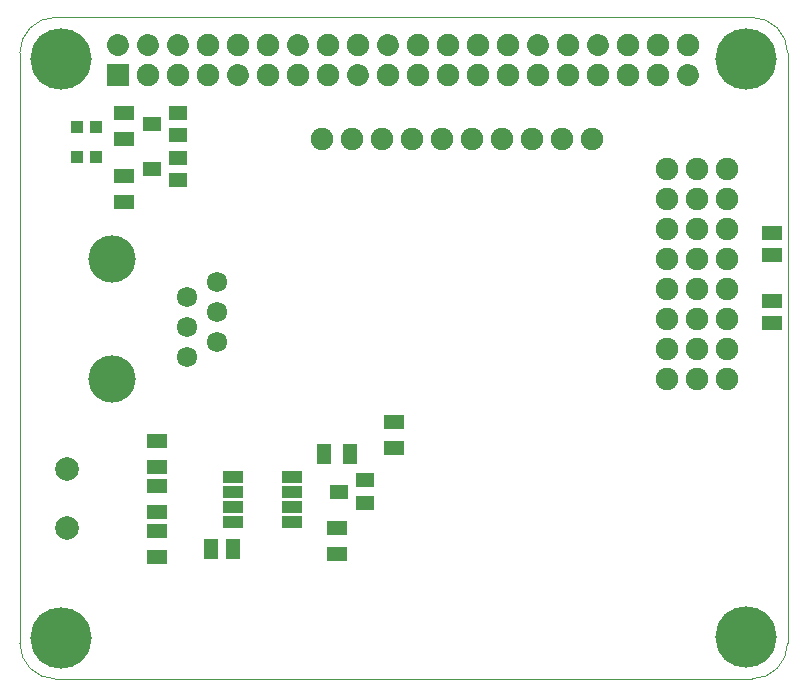
<source format=gbr>
G04 #@! TF.FileFunction,Soldermask,Top*
%FSLAX46Y46*%
G04 Gerber Fmt 4.6, Leading zero omitted, Abs format (unit mm)*
G04 Created by KiCad (PCBNEW 4.0.2-stable) date 9/14/2021 9:27:19 PM*
%MOMM*%
G01*
G04 APERTURE LIST*
%ADD10C,0.100000*%
%ADD11R,1.000000X1.000000*%
%ADD12R,1.700000X1.200000*%
%ADD13R,1.200000X1.700000*%
%ADD14C,1.900000*%
%ADD15R,1.705000X1.002000*%
%ADD16C,5.200000*%
%ADD17C,2.000000*%
%ADD18R,1.600000X1.200000*%
%ADD19R,1.900000X1.900000*%
%ADD20C,1.900000*%
%ADD21O,1.900000X1.900000*%
%ADD22C,1.724000*%
%ADD23C,4.000000*%
G04 APERTURE END LIST*
D10*
X78546356Y-63817611D02*
X78546356Y-113817611D01*
X78546356Y-63817611D02*
G75*
G02X81546356Y-60817611I3000000J0D01*
G01*
X140546356Y-60817611D02*
X81546356Y-60817611D01*
X140546356Y-60817611D02*
G75*
G02X143546356Y-63817611I0J-3000000D01*
G01*
X143546356Y-113817611D02*
X143546356Y-63817611D01*
X81546356Y-116817611D02*
G75*
G02X78546356Y-113817611I0J3000000D01*
G01*
X81546356Y-116817611D02*
X140546356Y-116817611D01*
X143546351Y-113822847D02*
G75*
G02X140546356Y-116817611I-2999995J5236D01*
G01*
D11*
X83376000Y-72644000D03*
X85026000Y-72644000D03*
X83376000Y-70104000D03*
X85026000Y-70104000D03*
D12*
X142240000Y-79085000D03*
X142240000Y-80935000D03*
D13*
X94706000Y-105791000D03*
X96556000Y-105791000D03*
D12*
X142240000Y-86650000D03*
X142240000Y-84800000D03*
X90182500Y-106510000D03*
X90182500Y-104310000D03*
X110248500Y-97239000D03*
X110248500Y-95039000D03*
X105410000Y-106238400D03*
X105410000Y-104038400D03*
X90157500Y-96690000D03*
X90157500Y-98890000D03*
D13*
X106510000Y-97777500D03*
X104310000Y-97777500D03*
D12*
X90182500Y-102700000D03*
X90182500Y-100500000D03*
X87350600Y-74218800D03*
X87350600Y-76418800D03*
X87363500Y-68877000D03*
X87363500Y-71077000D03*
D14*
X104140000Y-71120000D03*
X106680000Y-71120000D03*
X109220000Y-71120000D03*
X111760000Y-71120000D03*
X114300000Y-71120000D03*
X116840000Y-71120000D03*
X119380000Y-71120000D03*
X121920000Y-71120000D03*
X124460000Y-71120000D03*
X127000000Y-71120000D03*
X133359410Y-73660000D03*
X133359410Y-76200000D03*
X133359410Y-78740000D03*
X133359410Y-81280000D03*
X133359410Y-83820000D03*
X133359410Y-86360000D03*
X133359410Y-88900000D03*
X133359410Y-91440000D03*
X138430000Y-91440000D03*
X138430000Y-88900000D03*
X138430000Y-86360000D03*
X138430000Y-83820000D03*
X138430000Y-81280000D03*
X138430000Y-78740000D03*
X138430000Y-76200000D03*
X138430000Y-73660000D03*
X135890000Y-73660000D03*
X135890000Y-76200000D03*
X135890000Y-78740000D03*
X135890000Y-81280000D03*
X135890000Y-83820000D03*
X135890000Y-86360000D03*
X135890000Y-88900000D03*
X135890000Y-91440000D03*
D15*
X101557500Y-103505000D03*
X101557500Y-102235000D03*
X101557500Y-100965000D03*
X101557500Y-99695000D03*
X96562500Y-99695000D03*
X96562500Y-100965000D03*
X96562500Y-102235000D03*
X96562500Y-103505000D03*
D16*
X82046356Y-64317611D03*
X140040000Y-64330000D03*
X82040000Y-113320000D03*
X140030000Y-113310000D03*
D17*
X82550000Y-104060000D03*
X82550000Y-99060000D03*
D18*
X107780000Y-101915000D03*
X107780000Y-100015000D03*
X105580000Y-100965000D03*
X91905000Y-74610000D03*
X91905000Y-72710000D03*
X89705000Y-73660000D03*
X91905000Y-70800000D03*
X91905000Y-68900000D03*
X89705000Y-69850000D03*
D19*
X86868000Y-65659000D03*
D20*
X86868000Y-63119000D02*
X86868000Y-63119000D01*
D21*
X89408000Y-65659000D03*
D20*
X89408000Y-63119000D02*
X89408000Y-63119000D01*
D21*
X91948000Y-65659000D03*
D20*
X91948000Y-63119000D02*
X91948000Y-63119000D01*
D21*
X94488000Y-65659000D03*
X94488000Y-63119000D03*
D20*
X97028000Y-65659000D02*
X97028000Y-65659000D01*
D21*
X97028000Y-63119000D03*
X99568000Y-65659000D03*
X99568000Y-63119000D03*
X102108000Y-65659000D03*
D20*
X102108000Y-63119000D02*
X102108000Y-63119000D01*
D21*
X104648000Y-65659000D03*
X104648000Y-63119000D03*
D20*
X107188000Y-65659000D02*
X107188000Y-65659000D01*
D21*
X107188000Y-63119000D03*
X109728000Y-65659000D03*
D20*
X109728000Y-63119000D02*
X109728000Y-63119000D01*
D21*
X112268000Y-65659000D03*
X112268000Y-63119000D03*
X114808000Y-65659000D03*
X114808000Y-63119000D03*
X117348000Y-65659000D03*
X117348000Y-63119000D03*
X119888000Y-65659000D03*
X119888000Y-63119000D03*
X122428000Y-65659000D03*
D20*
X122428000Y-63119000D02*
X122428000Y-63119000D01*
D21*
X124968000Y-65659000D03*
X124968000Y-63119000D03*
X127508000Y-65659000D03*
D20*
X127508000Y-63119000D02*
X127508000Y-63119000D01*
D21*
X130048000Y-65659000D03*
X130048000Y-63119000D03*
X132588000Y-65659000D03*
X132588000Y-63119000D03*
D20*
X135128000Y-65659000D02*
X135128000Y-65659000D01*
D21*
X135128000Y-63119000D03*
D22*
X92710000Y-89530000D03*
D23*
X86360000Y-81280000D03*
X86360000Y-91440000D03*
D22*
X92710000Y-86990000D03*
X92710000Y-84450000D03*
X95250000Y-88260000D03*
X95250000Y-85720000D03*
X95250000Y-83180000D03*
M02*

</source>
